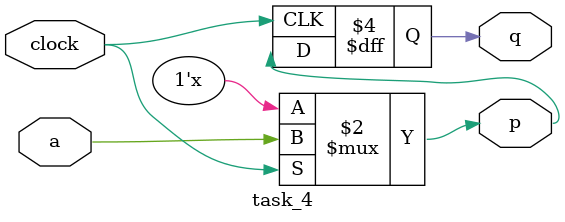
<source format=v>


module task_4(
	input clock, a,
    output reg p, q );

always @(*) begin
    p = clock ? a : p;
end

always @(negedge clock) begin
    q <= p;
end

endmodule
</source>
